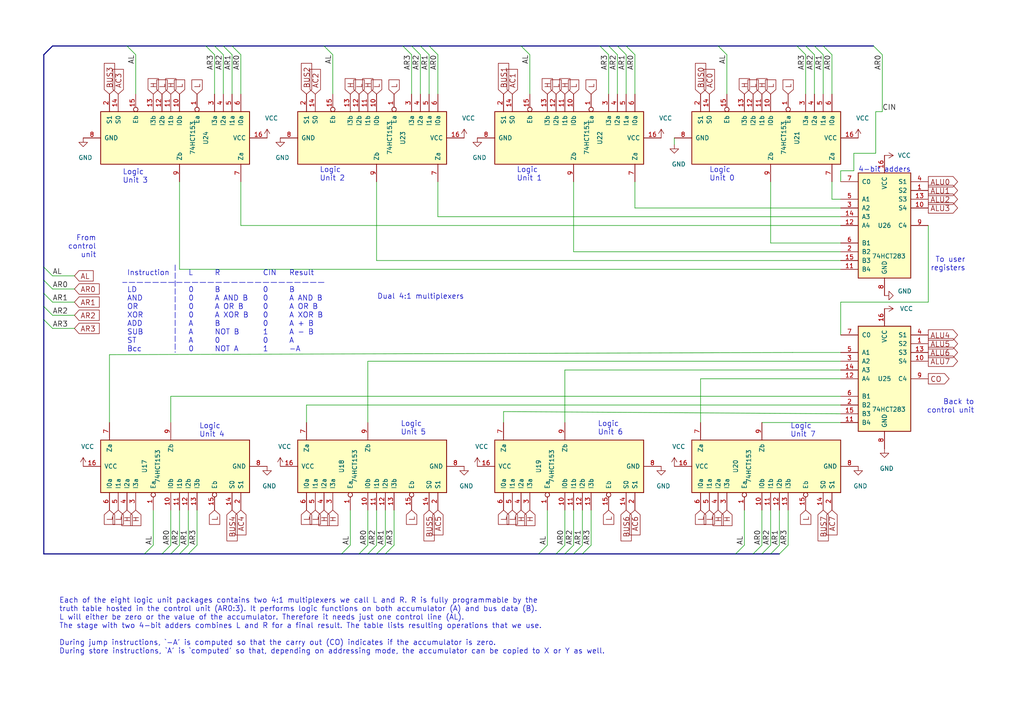
<source format=kicad_sch>
(kicad_sch (version 20211123) (generator eeschema)
  (paper "A4")
  (title_block (title "Gigatron Arithmetic and Logic Unit") (date "2020-03-20") (rev "Release") (company "Marcel van Kervinck and Walter Belgers") (comment 2 "starting from http://6502.org/users/dieter/a1/a1_4.htm") (comment 3 "many 1970s minicomputers. This design is inspired by Dieter Mueller's excellent notes") (comment 4 "This unit is the equivalent of two large 4-bit 74181 ALU chips that were at the heart of"))
  (lib_symbols
    (symbol "74xx:74LS153" (pin_names (offset 1.016))
      (property "Reference" "U" (at -7.62 21.59 0))
      (property "Value" "74LS153" (at -7.62 -24.13 0))
      (symbol "74LS153_1_0"
        (pin input inverted (at -12.7 5.08 0) (length 5.08) (name "Ea") (number "1"))
        (pin input line (at -12.7 0 0) (length 5.08) (name "I0b") (number "10"))
        (pin input line (at -12.7 -2.54 0) (length 5.08) (name "I1b") (number "11"))
        (pin input line (at -12.7 -5.08 0) (length 5.08) (name "I2b") (number "12"))
        (pin input line (at -12.7 -7.62 0) (length 5.08) (name "I3b") (number "13"))
        (pin input line (at -12.7 -17.78 0) (length 5.08) (name "S0") (number "14"))
        (pin input inverted (at -12.7 -12.7 0) (length 5.08) (name "Eb") (number "15"))
        (pin power_in line (at 0 25.4 270) (length 5.08) (name "VCC") (number "16"))
        (pin input line (at -12.7 -20.32 0) (length 5.08) (name "S1") (number "2"))
        (pin input line (at -12.7 10.16 0) (length 5.08) (name "I3a") (number "3"))
        (pin input line (at -12.7 12.7 0) (length 5.08) (name "I2a") (number "4"))
        (pin input line (at -12.7 15.24 0) (length 5.08) (name "I1a") (number "5"))
        (pin input line (at -12.7 17.78 0) (length 5.08) (name "I0a") (number "6"))
        (pin output line (at 12.7 17.78 180) (length 5.08) (name "Za") (number "7"))
        (pin power_in line (at 0 -27.94 90) (length 5.08) (name "GND") (number "8"))
        (pin output line (at 12.7 0 180) (length 5.08) (name "Zb") (number "9"))
      )
      (symbol "74LS153_1_1"
        (rectangle (start -7.62 20.32) (end 7.62 -22.86) (stroke (width 0.254)) (fill (type background)))
      )
    )
    (symbol "74xx:74LS283" (pin_names (offset 1.016))
      (property "Reference" "U" (at -7.62 16.51 0))
      (property "Value" "74LS283" (at -7.62 -16.51 0))
      (symbol "74LS283_1_0"
        (pin output line (at 12.7 10.16 180) (length 5.08) (name "S2") (number "1"))
        (pin output line (at 12.7 5.08 180) (length 5.08) (name "S4") (number "10"))
        (pin input line (at -12.7 -12.7 0) (length 5.08) (name "B4") (number "11"))
        (pin input line (at -12.7 0 0) (length 5.08) (name "A4") (number "12"))
        (pin output line (at 12.7 7.62 180) (length 5.08) (name "S3") (number "13"))
        (pin input line (at -12.7 2.54 0) (length 5.08) (name "A3") (number "14"))
        (pin input line (at -12.7 -10.16 0) (length 5.08) (name "B3") (number "15"))
        (pin power_in line (at 0 20.32 270) (length 5.08) (name "VCC") (number "16"))
        (pin input line (at -12.7 -7.62 0) (length 5.08) (name "B2") (number "2"))
        (pin input line (at -12.7 5.08 0) (length 5.08) (name "A2") (number "3"))
        (pin output line (at 12.7 12.7 180) (length 5.08) (name "S1") (number "4"))
        (pin input line (at -12.7 7.62 0) (length 5.08) (name "A1") (number "5"))
        (pin input line (at -12.7 -5.08 0) (length 5.08) (name "B1") (number "6"))
        (pin input line (at -12.7 12.7 0) (length 5.08) (name "C0") (number "7"))
        (pin power_in line (at 0 -20.32 90) (length 5.08) (name "GND") (number "8"))
        (pin output line (at 12.7 0 180) (length 5.08) (name "C4") (number "9"))
      )
      (symbol "74LS283_1_1"
        (rectangle (start -7.62 15.24) (end 7.62 -15.24) (stroke (width 0.254)) (fill (type background)))
      )
    )
    (symbol "power:GND" (power) (pin_names (offset 0))
      (property "Value" "GND" (at 0 -3.81 0))
      (symbol "GND_0_1"
        (polyline (pts (xy 0 0) (xy 0 -1.27) (xy 1.27 -1.27) (xy 0 -2.54) (xy -1.27 -1.27) (xy 0 -1.27)))
      )
      (symbol "GND_1_1"
        (pin power_in line (at 0 0 270) (length 0) hide (name "GND") (number "1"))
      )
    )
    (symbol "power:VCC" (power) (pin_names (offset 0))
      (property "Value" "VCC" (at 0 3.81 0))
      (symbol "VCC_0_1"
        (polyline (pts (xy -0.762 1.27) (xy 0 2.54)))
        (polyline (pts (xy 0 0) (xy 0 2.54)))
        (polyline (pts (xy 0 2.54) (xy 0.762 1.27)))
      )
      (symbol "VCC_1_1"
        (pin power_in line (at 0 0 90) (length 0) hide (name "VCC") (number "1"))
      )
    )
  )
  (bus_entry (at 236.22 13.335) (size 2.54 2.54))
  (bus_entry (at 151.13 13.335) (size 2.54 2.54))
  (bus_entry (at 116.84 13.335) (size 2.54 2.54))
  (bus_entry (at 124.46 13.335) (size 2.54 2.54))
  (bus_entry (at 93.98 13.335) (size 2.54 2.54))
  (bus_entry (at 64.77 13.335) (size 2.54 2.54))
  (bus_entry (at 46.99 160.655) (size 2.54 -2.54))
  (bus_entry (at 15.24 80.01) (size -2.54 -2.54))
  (bus_entry (at 67.31 13.335) (size 2.54 2.54))
  (bus_entry (at 226.06 160.655) (size 2.54 -2.54))
  (bus_entry (at 156.21 160.655) (size 2.54 -2.54))
  (bus_entry (at 104.14 160.655) (size 2.54 -2.54))
  (bus_entry (at 59.69 13.335) (size 2.54 2.54))
  (bus_entry (at 179.07 13.335) (size 2.54 2.54))
  (bus_entry (at 213.36 160.655) (size 2.54 -2.54))
  (bus_entry (at 233.68 13.335) (size 2.54 2.54))
  (bus_entry (at 62.23 13.335) (size 2.54 2.54))
  (bus_entry (at 220.98 160.655) (size 2.54 -2.54))
  (bus_entry (at 253.365 13.335) (size 2.54 2.54))
  (bus_entry (at 121.92 13.335) (size 2.54 2.54))
  (bus_entry (at 36.83 13.335) (size 2.54 2.54))
  (bus_entry (at 99.06 160.655) (size 2.54 -2.54))
  (bus_entry (at 111.76 160.655) (size 2.54 -2.54))
  (bus_entry (at 238.76 13.335) (size 2.54 2.54))
  (bus_entry (at 218.44 160.655) (size 2.54 -2.54))
  (bus_entry (at 41.91 160.655) (size 2.54 -2.54))
  (bus_entry (at 54.61 160.655) (size 2.54 -2.54))
  (bus_entry (at 15.24 87.63) (size -2.54 -2.54))
  (bus_entry (at 231.14 13.335) (size 2.54 2.54))
  (bus_entry (at 168.91 160.655) (size 2.54 -2.54))
  (bus_entry (at 52.07 160.655) (size 2.54 -2.54))
  (bus_entry (at 106.68 160.655) (size 2.54 -2.54))
  (bus_entry (at 208.28 13.335) (size 2.54 2.54))
  (bus_entry (at 15.24 95.25) (size -2.54 -2.54))
  (bus_entry (at 223.52 160.655) (size 2.54 -2.54))
  (bus_entry (at 49.53 160.655) (size 2.54 -2.54))
  (bus_entry (at 161.29 160.655) (size 2.54 -2.54))
  (bus_entry (at 173.99 13.335) (size 2.54 2.54))
  (bus_entry (at 15.24 83.82) (size -2.54 -2.54))
  (bus_entry (at 109.22 160.655) (size 2.54 -2.54))
  (bus_entry (at 166.37 160.655) (size 2.54 -2.54))
  (bus_entry (at 119.38 13.335) (size 2.54 2.54))
  (bus_entry (at 176.53 13.335) (size 2.54 2.54))
  (bus_entry (at 163.83 160.655) (size 2.54 -2.54))
  (bus_entry (at 15.24 91.44) (size -2.54 -2.54))
  (bus_entry (at 181.61 13.335) (size 2.54 2.54))
  (wire (pts (xy 127 52.705) (xy 127 62.865)))
  (wire (pts (xy 243.84 102.235) (xy 229.87 102.235)))
  (wire (pts (xy 88.9 122.555) (xy 88.9 117.475)))
  (bus (pts (xy 12.7 92.71) (xy 12.7 160.655)))
  (wire (pts (xy 243.84 49.53) (xy 247.65 49.53)))
  (wire (pts (xy 247.65 49.53) (xy 247.65 44.45)))
  (wire (pts (xy 54.61 158.115) (xy 54.61 147.955)))
  (wire (pts (xy 21.59 95.25) (xy 15.24 95.25)))
  (bus (pts (xy 124.46 13.335) (xy 151.13 13.335)))
  (wire (pts (xy 243.84 52.705) (xy 243.84 49.53)))
  (bus (pts (xy 116.84 13.335) (xy 119.38 13.335)))
  (wire (pts (xy 44.45 158.115) (xy 44.45 147.955)))
  (bus (pts (xy 12.7 77.47) (xy 12.7 81.28)))
  (wire (pts (xy 215.9 158.115) (xy 215.9 147.955)))
  (wire (pts (xy 106.68 104.775) (xy 106.68 122.555)))
  (wire (pts (xy 163.83 107.315) (xy 243.84 107.315)))
  (bus (pts (xy 179.07 13.335) (xy 181.61 13.335)))
  (wire (pts (xy 247.65 44.45) (xy 254 44.45)))
  (wire (pts (xy 67.31 15.875) (xy 67.31 27.305)))
  (bus (pts (xy 223.52 160.655) (xy 226.06 160.655)))
  (wire (pts (xy 119.38 15.875) (xy 119.38 27.305)))
  (wire (pts (xy 121.92 15.875) (xy 121.92 27.305)))
  (wire (pts (xy 49.53 114.935) (xy 243.84 114.935)))
  (bus (pts (xy 59.69 13.335) (xy 62.23 13.335)))
  (bus (pts (xy 64.77 13.335) (xy 67.31 13.335)))
  (wire (pts (xy 210.82 15.875) (xy 210.82 27.305)))
  (bus (pts (xy 12.7 160.655) (xy 41.91 160.655)))
  (wire (pts (xy 171.45 158.115) (xy 171.45 147.955)))
  (bus (pts (xy 121.92 13.335) (xy 124.46 13.335)))
  (wire (pts (xy 106.68 104.775) (xy 243.84 104.775)))
  (bus (pts (xy 181.61 13.335) (xy 208.28 13.335)))
  (wire (pts (xy 179.07 15.875) (xy 179.07 27.305)))
  (bus (pts (xy 168.91 160.655) (xy 213.36 160.655)))
  (bus (pts (xy 52.07 160.655) (xy 54.61 160.655)))
  (wire (pts (xy 238.76 15.875) (xy 238.76 27.305)))
  (bus (pts (xy 106.68 160.655) (xy 109.22 160.655)))
  (wire (pts (xy 49.53 158.115) (xy 49.53 147.955)))
  (bus (pts (xy 156.21 160.655) (xy 161.29 160.655)))
  (bus (pts (xy 163.83 160.655) (xy 166.37 160.655)))
  (wire (pts (xy 114.3 158.115) (xy 114.3 147.955)))
  (bus (pts (xy 220.98 160.655) (xy 223.52 160.655)))
  (bus (pts (xy 104.14 160.655) (xy 106.68 160.655)))
  (wire (pts (xy 166.37 158.115) (xy 166.37 147.955)))
  (wire (pts (xy 109.22 158.115) (xy 109.22 147.955)))
  (bus (pts (xy 173.99 13.335) (xy 176.53 13.335)))
  (wire (pts (xy 166.37 52.705) (xy 166.37 73.025)))
  (bus (pts (xy 151.13 13.335) (xy 173.99 13.335)))
  (wire (pts (xy 88.9 117.475) (xy 243.84 117.475)))
  (wire (pts (xy 163.83 107.315) (xy 163.83 122.555)))
  (wire (pts (xy 176.53 15.875) (xy 176.53 27.305)))
  (bus (pts (xy 41.91 160.655) (xy 46.99 160.655)))
  (wire (pts (xy 168.91 158.115) (xy 168.91 147.955)))
  (bus (pts (xy 54.61 160.655) (xy 99.06 160.655)))
  (wire (pts (xy 31.75 102.87) (xy 229.87 102.235)))
  (wire (pts (xy 109.22 52.705) (xy 109.22 75.565)))
  (wire (pts (xy 52.07 78.105) (xy 243.84 78.105)))
  (wire (pts (xy 62.23 27.305) (xy 62.23 15.875)))
  (bus (pts (xy 12.7 81.28) (xy 12.7 85.09)))
  (bus (pts (xy 12.7 85.09) (xy 12.7 88.9)))
  (wire (pts (xy 52.07 158.115) (xy 52.07 147.955)))
  (bus (pts (xy 119.38 13.335) (xy 121.92 13.335)))
  (bus (pts (xy 62.23 13.335) (xy 64.77 13.335)))
  (wire (pts (xy 223.52 158.115) (xy 223.52 147.955)))
  (bus (pts (xy 238.76 13.335) (xy 253.365 13.335)))
  (wire (pts (xy 127 15.875) (xy 127 27.305)))
  (bus (pts (xy 12.7 15.875) (xy 15.24 13.335)))
  (wire (pts (xy 243.84 70.485) (xy 223.52 70.485)))
  (bus (pts (xy 12.7 15.875) (xy 12.7 77.47)))
  (wire (pts (xy 241.3 57.785) (xy 241.3 52.705)))
  (wire (pts (xy 254 44.45) (xy 254 32.385)))
  (bus (pts (xy 46.99 160.655) (xy 49.53 160.655)))
  (bus (pts (xy 208.28 13.335) (xy 231.14 13.335)))
  (polyline (pts (xy 50.8 76.835) (xy 50.8 102.235)))
  (wire (pts (xy 166.37 73.025) (xy 243.84 73.025)))
  (wire (pts (xy 111.76 158.115) (xy 111.76 147.955)))
  (wire (pts (xy 233.68 15.875) (xy 233.68 27.305)))
  (bus (pts (xy 93.98 13.335) (xy 116.84 13.335)))
  (bus (pts (xy 15.24 13.335) (xy 36.83 13.335)))
  (wire (pts (xy 223.52 52.705) (xy 223.52 70.485)))
  (bus (pts (xy 218.44 160.655) (xy 220.98 160.655)))
  (wire (pts (xy 106.68 158.115) (xy 106.68 147.955)))
  (wire (pts (xy 52.07 52.705) (xy 52.07 78.105)))
  (bus (pts (xy 176.53 13.335) (xy 179.07 13.335)))
  (bus (pts (xy 161.29 160.655) (xy 163.83 160.655)))
  (wire (pts (xy 203.2 122.555) (xy 203.2 109.855)))
  (wire (pts (xy 220.98 122.555) (xy 243.84 122.555)))
  (bus (pts (xy 166.37 160.655) (xy 168.91 160.655)))
  (wire (pts (xy 146.05 119.38) (xy 146.05 122.555)))
  (bus (pts (xy 36.83 13.335) (xy 59.69 13.335)))
  (bus (pts (xy 12.7 88.9) (xy 12.7 92.71)))
  (bus (pts (xy 231.14 13.335) (xy 233.68 13.335)))
  (wire (pts (xy 220.98 147.955) (xy 220.98 158.115)))
  (wire (pts (xy 203.2 109.855) (xy 243.84 109.855)))
  (wire (pts (xy 228.6 158.115) (xy 228.6 147.955)))
  (wire (pts (xy 184.15 60.325) (xy 243.84 60.325)))
  (wire (pts (xy 124.46 15.875) (xy 124.46 27.305)))
  (wire (pts (xy 243.84 57.785) (xy 241.3 57.785)))
  (wire (pts (xy 127 62.865) (xy 243.84 62.865)))
  (wire (pts (xy 269.24 65.405) (xy 269.24 87.63)))
  (bus (pts (xy 111.76 160.655) (xy 156.21 160.655)))
  (wire (pts (xy 236.22 15.875) (xy 236.22 27.305)))
  (wire (pts (xy 39.37 15.875) (xy 39.37 27.305)))
  (bus (pts (xy 109.22 160.655) (xy 111.76 160.655)))
  (wire (pts (xy 21.59 80.01) (xy 15.24 80.01)))
  (wire (pts (xy 21.59 91.44) (xy 15.24 91.44)))
  (wire (pts (xy 195.58 41.91) (xy 195.58 40.005)))
  (bus (pts (xy 213.36 160.655) (xy 218.44 160.655)))
  (wire (pts (xy 69.85 52.705) (xy 69.85 65.405)))
  (wire (pts (xy 109.22 75.565) (xy 243.84 75.565)))
  (bus (pts (xy 233.68 13.335) (xy 236.22 13.335)))
  (wire (pts (xy 255.905 32.385) (xy 255.905 15.875)))
  (wire (pts (xy 184.15 52.705) (xy 184.15 60.325)))
  (wire (pts (xy 269.24 87.63) (xy 243.84 87.63)))
  (bus (pts (xy 49.53 160.655) (xy 52.07 160.655)))
  (wire (pts (xy 96.52 15.875) (xy 96.52 27.305)))
  (wire (pts (xy 31.75 122.555) (xy 31.75 102.87)))
  (wire (pts (xy 21.59 83.82) (xy 15.24 83.82)))
  (polyline (pts (xy 93.98 81.915) (xy 35.56 81.915)))
  (wire (pts (xy 181.61 15.875) (xy 181.61 27.305)))
  (wire (pts (xy 163.83 158.115) (xy 163.83 147.955)))
  (wire (pts (xy 21.59 87.63) (xy 15.24 87.63)))
  (wire (pts (xy 64.77 15.875) (xy 64.77 27.305)))
  (wire (pts (xy 158.75 158.115) (xy 158.75 147.955)))
  (wire (pts (xy 101.6 158.115) (xy 101.6 147.955)))
  (wire (pts (xy 69.85 65.405) (xy 243.84 65.405)))
  (wire (pts (xy 226.06 158.115) (xy 226.06 147.955)))
  (wire (pts (xy 241.3 15.875) (xy 241.3 27.305)))
  (wire (pts (xy 69.85 15.875) (xy 69.85 27.305)))
  (wire (pts (xy 254 32.385) (xy 255.905 32.385)))
  (wire (pts (xy 49.53 122.555) (xy 49.53 114.935)))
  (bus (pts (xy 67.31 13.335) (xy 93.98 13.335)))
  (wire (pts (xy 184.15 15.875) (xy 184.15 27.305)))
  (wire (pts (xy 146.05 119.38) (xy 243.84 120.015)))
  (bus (pts (xy 236.22 13.335) (xy 238.76 13.335)))
  (wire (pts (xy 243.84 87.63) (xy 243.84 97.155)))
  (bus (pts (xy 99.06 160.655) (xy 104.14 160.655)))
  (wire (pts (xy 153.67 15.875) (xy 153.67 27.305)))
  (wire (pts (xy 57.15 158.115) (xy 57.15 147.955)))
  (text "Logic\nUnit 7" (at 229.235 127 0) (effects (font (size 1.524 1.524)) (justify left bottom)))
  (text "Back to\ncontrol unit" (at 282.575 120.015 180) (effects (font (size 1.524 1.524)) (justify right bottom)))
  (text "Logic\nUnit 1" (at 149.86 52.705 0) (effects (font (size 1.524 1.524)) (justify left bottom)))
  (text "Logic\nUnit 0" (at 205.74 52.705 0) (effects (font (size 1.524 1.524)) (justify left bottom)))
  (text "Dual 4:1 multiplexers" (at 134.62 86.995 180) (effects (font (size 1.524 1.524)) (justify right bottom)))
  (text "Result\n\nB\nA AND B\nA OR B\nA XOR B\nA + B\nA - B\nA\n-A" (at 83.82 102.235 0) (effects (font (size 1.524 1.524)) (justify left bottom)))
  (text "Logic\nUnit 6" (at 173.355 126.365 0) (effects (font (size 1.524 1.524)) (justify left bottom)))
  (text "Logic\nUnit 2" (at 92.71 52.705 0) (effects (font (size 1.524 1.524)) (justify left bottom)))
  (text "From\ncontrol\nunit" (at 27.94 74.93 180) (effects (font (size 1.524 1.524)) (justify right bottom)))
  (text "Instruction\n\nLD\nAND\nOR\nXOR\nADD\nSUB\nST\nBcc" (at 36.83 102.235 0) (effects (font (size 1.524 1.524)) (justify left bottom)))
  (text "R\n\nB\nA AND B\nA OR B\nA XOR B\nB\nNOT B\n0\nNOT A" (at 62.23 102.235 0) (effects (font (size 1.524 1.524)) (justify left bottom)))
  (text "CIN\n\n0\n0\n0\n0\n0\n1\n0\n1" (at 76.2 102.235 0) (effects (font (size 1.524 1.524)) (justify left bottom)))
  (text "Logic\nUnit 4" (at 57.785 127 0) (effects (font (size 1.524 1.524)) (justify left bottom)))
  (text "Each of the eight logic unit packages contains two 4:1 multiplexers we call L and R. R is fully programmable by the\ntruth table hosted in the control unit (AR0:3). It performs logic functions on both accumulator (A) and bus data (B).\nL will either be zero or the value of the accumulator. Therefore it needs just one control line (AL).\nThe stage with two 4-bit adders combines L and R for a final result. The table lists resulting operations that we use.\n\nDuring jump instructions, `-A' is computed so that the carry out (CO) indicates if the accumulator is zero.\nDuring store instructions, `A' is `computed' so that, depending on addressing mode, the accumulator can be copied to X or Y as well." (at 17.145 189.865 0) (effects (font (size 1.524 1.524)) (justify left bottom)))
  (text "To user\nregisters" (at 280.035 78.74 180) (effects (font (size 1.524 1.524)) (justify right bottom)))
  (text "L\n\n0\n0\n0\n0\nA\nA\nA\n0" (at 54.61 102.235 0) (effects (font (size 1.524 1.524)) (justify left bottom)))
  (text "Logic\nUnit 5" (at 116.205 126.365 0) (effects (font (size 1.524 1.524)) (justify left bottom)))
  (text "4-bit adders" (at 248.92 50.165 0) (effects (font (size 1.524 1.524)) (justify left bottom)))
  (text "Logic\nUnit 3" (at 35.56 53.34 0) (effects (font (size 1.524 1.524)) (justify left bottom)))
  (label "AR2" (at 166.37 158.115 90) (effects (font (size 1.524 1.524))))
  (label "AR0" (at 69.85 15.875 270) (effects (font (size 1.524 1.524))))
  (label "AR0" (at 15.24 83.82 0) (effects (font (size 1.524 1.524))))
  (label "AR0" (at 241.3 15.875 270) (effects (font (size 1.524 1.524))))
  (label "AR3" (at 176.53 15.875 270) (effects (font (size 1.524 1.524))))
  (label "AR2" (at 52.07 158.115 90) (effects (font (size 1.524 1.524))))
  (label "AR1" (at 124.46 15.875 270) (effects (font (size 1.524 1.524))))
  (label "AR2" (at 179.07 15.875 270) (effects (font (size 1.524 1.524))))
  (label "AL" (at 15.24 80.01 0) (effects (font (size 1.524 1.524))))
  (label "AR1" (at 54.61 158.115 90) (effects (font (size 1.524 1.524))))
  (label "AR0" (at 255.905 15.875 270) (effects (font (size 1.524 1.524))))
  (label "AR1" (at 238.76 15.875 270) (effects (font (size 1.524 1.524))))
  (label "AL" (at 215.9 158.115 90) (effects (font (size 1.524 1.524))))
  (label "AR3" (at 119.38 15.875 270) (effects (font (size 1.524 1.524))))
  (label "AR3" (at 15.24 95.25 0) (effects (font (size 1.524 1.524))))
  (label "AR1" (at 111.76 158.115 90) (effects (font (size 1.524 1.524))))
  (label "AR2" (at 64.77 15.875 270) (effects (font (size 1.524 1.524))))
  (label "AR1" (at 226.06 158.115 90) (effects (font (size 1.524 1.524))))
  (label "AR2" (at 223.52 158.115 90) (effects (font (size 1.524 1.524))))
  (label "AL" (at 101.6 158.115 90) (effects (font (size 1.524 1.524))))
  (label "AR3" (at 57.15 158.115 90) (effects (font (size 1.524 1.524))))
  (label "AR0" (at 163.83 158.115 90) (effects (font (size 1.524 1.524))))
  (label "AR3" (at 171.45 158.115 90) (effects (font (size 1.524 1.524))))
  (label "AL" (at 96.52 15.875 270) (effects (font (size 1.524 1.524))))
  (label "AR0" (at 106.68 158.115 90) (effects (font (size 1.524 1.524))))
  (label "AR1" (at 181.61 15.875 270) (effects (font (size 1.524 1.524))))
  (label "AR2" (at 109.22 158.115 90) (effects (font (size 1.524 1.524))))
  (label "CIN" (at 255.905 32.385 0) (effects (font (size 1.524 1.524))))
  (label "AR3" (at 228.6 158.115 90) (effects (font (size 1.524 1.524))))
  (label "AR0" (at 220.98 158.115 90) (effects (font (size 1.524 1.524))))
  (label "AL" (at 210.82 15.875 270) (effects (font (size 1.524 1.524))))
  (label "AL" (at 153.67 15.875 270) (effects (font (size 1.524 1.524))))
  (label "AR1" (at 15.24 87.63 0) (effects (font (size 1.524 1.524))))
  (label "AR3" (at 233.68 15.875 270) (effects (font (size 1.524 1.524))))
  (label "AR2" (at 236.22 15.875 270) (effects (font (size 1.524 1.524))))
  (label "AR3" (at 62.23 15.875 270) (effects (font (size 1.524 1.524))))
  (label "AR2" (at 15.24 91.44 0) (effects (font (size 1.524 1.524))))
  (label "AR1" (at 168.91 158.115 90) (effects (font (size 1.524 1.524))))
  (label "AL" (at 158.75 158.115 90) (effects (font (size 1.524 1.524))))
  (label "AR1" (at 67.31 15.875 270) (effects (font (size 1.524 1.524))))
  (label "AL" (at 39.37 15.875 270) (effects (font (size 1.524 1.524))))
  (label "AR0" (at 127 15.875 270) (effects (font (size 1.524 1.524))))
  (label "AR2" (at 121.92 15.875 270) (effects (font (size 1.524 1.524))))
  (label "AR0" (at 49.53 158.115 90) (effects (font (size 1.524 1.524))))
  (label "AR0" (at 184.15 15.875 270) (effects (font (size 1.524 1.524))))
  (label "AL" (at 44.45 158.115 90) (effects (font (size 1.524 1.524))))
  (label "AR3" (at 114.3 158.115 90) (effects (font (size 1.524 1.524))))
  (global_label "L" (shape input) (at 233.68 147.955 270) (effects (font (size 1.524 1.524))) (property "Intersheet References" "${INTERSHEET_REFS}" (effects hide)))
  (global_label "L" (shape input) (at 104.14 27.305 90) (effects (font (size 1.524 1.524))) (property "Intersheet References" "${INTERSHEET_REFS}" (effects hide)))
  (global_label "L" (shape input) (at 146.05 147.955 270) (effects (font (size 1.524 1.524))) (property "Intersheet References" "${INTERSHEET_REFS}" (effects hide)))
  (global_label "H" (shape input) (at 39.37 147.955 270) (effects (font (size 1.524 1.524))) (property "Intersheet References" "${INTERSHEET_REFS}" (effects hide)))
  (global_label "H" (shape input) (at 210.82 147.955 270) (effects (font (size 1.524 1.524))) (property "Intersheet References" "${INTERSHEET_REFS}" (effects hide)))
  (global_label "L" (shape input) (at 114.3 27.305 90) (effects (font (size 1.524 1.524))) (property "Intersheet References" "${INTERSHEET_REFS}" (effects hide)))
  (global_label "ALU2" (shape output) (at 269.24 57.785 0) (effects (font (size 1.524 1.524))) (property "Intersheet References" "${INTERSHEET_REFS}" (effects hide)))
  (global_label "H" (shape input) (at 93.98 147.955 270) (effects (font (size 1.524 1.524))) (property "Intersheet References" "${INTERSHEET_REFS}" (effects hide)))
  (global_label "AR2" (shape input) (at 21.59 91.44 0) (effects (font (size 1.524 1.524))) (property "Intersheet References" "${INTERSHEET_REFS}" (effects hide)))
  (global_label "H" (shape input) (at 158.75 27.305 90) (effects (font (size 1.524 1.524))) (property "Intersheet References" "${INTERSHEET_REFS}" (effects hide)))
  (global_label "L" (shape input) (at 62.23 147.955 270) (effects (font (size 1.524 1.524))) (property "Intersheet References" "${INTERSHEET_REFS}" (effects hide)))
  (global_label "H" (shape input) (at 101.6 27.305 90) (effects (font (size 1.524 1.524))) (property "Intersheet References" "${INTERSHEET_REFS}" (effects hide)))
  (global_label "AR3" (shape input) (at 21.59 95.25 0) (effects (font (size 1.524 1.524))) (property "Intersheet References" "${INTERSHEET_REFS}" (effects hide)))
  (global_label "BUS3" (shape input) (at 31.75 27.305 90) (effects (font (size 1.524 1.524))) (property "Intersheet References" "${INTERSHEET_REFS}" (effects hide)))
  (global_label "L" (shape input) (at 223.52 27.305 90) (effects (font (size 1.524 1.524))) (property "Intersheet References" "${INTERSHEET_REFS}" (effects hide)))
  (global_label "H" (shape input) (at 44.45 27.305 90) (effects (font (size 1.524 1.524))) (property "Intersheet References" "${INTERSHEET_REFS}" (effects hide)))
  (global_label "H" (shape input) (at 163.83 27.305 90) (effects (font (size 1.524 1.524))) (property "Intersheet References" "${INTERSHEET_REFS}" (effects hide)))
  (global_label "AR1" (shape input) (at 21.59 87.63 0) (effects (font (size 1.524 1.524))) (property "Intersheet References" "${INTERSHEET_REFS}" (effects hide)))
  (global_label "L" (shape input) (at 176.53 147.955 270) (effects (font (size 1.524 1.524))) (property "Intersheet References" "${INTERSHEET_REFS}" (effects hide)))
  (global_label "H" (shape input) (at 151.13 147.955 270) (effects (font (size 1.524 1.524))) (property "Intersheet References" "${INTERSHEET_REFS}" (effects hide)))
  (global_label "AC7" (shape input) (at 241.3 147.955 270) (effects (font (size 1.524 1.524))) (property "Intersheet References" "${INTERSHEET_REFS}" (effects hide)))
  (global_label "L" (shape input) (at 34.29 147.955 270) (effects (font (size 1.524 1.524))) (property "Intersheet References" "${INTERSHEET_REFS}" (effects hide)))
  (global_label "AC6" (shape input) (at 184.15 147.955 270) (effects (font (size 1.524 1.524))) (property "Intersheet References" "${INTERSHEET_REFS}" (effects hide)))
  (global_label "H" (shape input) (at 106.68 27.305 90) (effects (font (size 1.524 1.524))) (property "Intersheet References" "${INTERSHEET_REFS}" (effects hide)))
  (global_label "ALU3" (shape output) (at 269.24 60.325 0) (effects (font (size 1.524 1.524))) (property "Intersheet References" "${INTERSHEET_REFS}" (effects hide)))
  (global_label "ALU5" (shape output) (at 269.24 99.695 0) (effects (font (size 1.524 1.524))) (property "Intersheet References" "${INTERSHEET_REFS}" (effects hide)))
  (global_label "L" (shape input) (at 46.99 27.305 90) (effects (font (size 1.524 1.524))) (property "Intersheet References" "${INTERSHEET_REFS}" (effects hide)))
  (global_label "H" (shape input) (at 49.53 27.305 90) (effects (font (size 1.524 1.524))) (property "Intersheet References" "${INTERSHEET_REFS}" (effects hide)))
  (global_label "AL" (shape input) (at 21.59 80.01 0) (effects (font (size 1.524 1.524))) (property "Intersheet References" "${INTERSHEET_REFS}" (effects hide)))
  (global_label "AC5" (shape input) (at 127 147.955 270) (effects (font (size 1.524 1.524))) (property "Intersheet References" "${INTERSHEET_REFS}" (effects hide)))
  (global_label "ALU0" (shape output) (at 269.24 52.705 0) (effects (font (size 1.524 1.524))) (property "Intersheet References" "${INTERSHEET_REFS}" (effects hide)))
  (global_label "AC4" (shape input) (at 69.85 147.955 270) (effects (font (size 1.524 1.524))) (property "Intersheet References" "${INTERSHEET_REFS}" (effects hide)))
  (global_label "H" (shape input) (at 208.28 147.955 270) (effects (font (size 1.524 1.524))) (property "Intersheet References" "${INTERSHEET_REFS}" (effects hide)))
  (global_label "CO" (shape output) (at 269.24 109.855 0) (effects (font (size 1.524 1.524))) (property "Intersheet References" "${INTERSHEET_REFS}" (effects hide)))
  (global_label "H" (shape input) (at 220.98 27.305 90) (effects (font (size 1.524 1.524))) (property "Intersheet References" "${INTERSHEET_REFS}" (effects hide)))
  (global_label "L" (shape input) (at 31.75 147.955 270) (effects (font (size 1.524 1.524))) (property "Intersheet References" "${INTERSHEET_REFS}" (effects hide)))
  (global_label "L" (shape input) (at 203.2 147.955 270) (effects (font (size 1.524 1.524))) (property "Intersheet References" "${INTERSHEET_REFS}" (effects hide)))
  (global_label "AC3" (shape input) (at 34.29 27.305 90) (effects (font (size 1.524 1.524))) (property "Intersheet References" "${INTERSHEET_REFS}" (effects hide)))
  (global_label "AC0" (shape input) (at 205.74 27.305 90) (effects (font (size 1.524 1.524))) (property "Intersheet References" "${INTERSHEET_REFS}" (effects hide)))
  (global_label "BUS2" (shape input) (at 88.9 27.305 90) (effects (font (size 1.524 1.524))) (property "Intersheet References" "${INTERSHEET_REFS}" (effects hide)))
  (global_label "L" (shape input) (at 166.37 27.305 90) (effects (font (size 1.524 1.524))) (property "Intersheet References" "${INTERSHEET_REFS}" (effects hide)))
  (global_label "H" (shape input) (at 96.52 147.955 270) (effects (font (size 1.524 1.524))) (property "Intersheet References" "${INTERSHEET_REFS}" (effects hide)))
  (global_label "ALU7" (shape output) (at 269.24 104.775 0) (effects (font (size 1.524 1.524))) (property "Intersheet References" "${INTERSHEET_REFS}" (effects hide)))
  (global_label "H" (shape input) (at 36.83 147.955 270) (effects (font (size 1.524 1.524))) (property "Intersheet References" "${INTERSHEET_REFS}" (effects hide)))
  (global_label "L" (shape input) (at 52.07 27.305 90) (effects (font (size 1.524 1.524))) (property "Intersheet References" "${INTERSHEET_REFS}" (effects hide)))
  (global_label "L" (shape input) (at 218.44 27.305 90) (effects (font (size 1.524 1.524))) (property "Intersheet References" "${INTERSHEET_REFS}" (effects hide)))
  (global_label "ALU6" (shape output) (at 269.24 102.235 0) (effects (font (size 1.524 1.524))) (property "Intersheet References" "${INTERSHEET_REFS}" (effects hide)))
  (global_label "L" (shape input) (at 228.6 27.305 90) (effects (font (size 1.524 1.524))) (property "Intersheet References" "${INTERSHEET_REFS}" (effects hide)))
  (global_label "BUS7" (shape input) (at 238.76 147.955 270) (effects (font (size 1.524 1.524))) (property "Intersheet References" "${INTERSHEET_REFS}" (effects hide)))
  (global_label "ALU4" (shape output) (at 269.24 97.155 0) (effects (font (size 1.524 1.524))) (property "Intersheet References" "${INTERSHEET_REFS}" (effects hide)))
  (global_label "L" (shape input) (at 91.44 147.955 270) (effects (font (size 1.524 1.524))) (property "Intersheet References" "${INTERSHEET_REFS}" (effects hide)))
  (global_label "AR0" (shape input) (at 21.59 83.82 0) (effects (font (size 1.524 1.524))) (property "Intersheet References" "${INTERSHEET_REFS}" (effects hide)))
  (global_label "L" (shape input) (at 161.29 27.305 90) (effects (font (size 1.524 1.524))) (property "Intersheet References" "${INTERSHEET_REFS}" (effects hide)))
  (global_label "L" (shape input) (at 205.74 147.955 270) (effects (font (size 1.524 1.524))) (property "Intersheet References" "${INTERSHEET_REFS}" (effects hide)))
  (global_label "BUS6" (shape input) (at 181.61 147.955 270) (effects (font (size 1.524 1.524))) (property "Intersheet References" "${INTERSHEET_REFS}" (effects hide)))
  (global_label "H" (shape input) (at 153.67 147.955 270) (effects (font (size 1.524 1.524))) (property "Intersheet References" "${INTERSHEET_REFS}" (effects hide)))
  (global_label "L" (shape input) (at 171.45 27.305 90) (effects (font (size 1.524 1.524))) (property "Intersheet References" "${INTERSHEET_REFS}" (effects hide)))
  (global_label "BUS1" (shape input) (at 146.05 27.305 90) (effects (font (size 1.524 1.524))) (property "Intersheet References" "${INTERSHEET_REFS}" (effects hide)))
  (global_label "BUS0" (shape input) (at 203.2 27.305 90) (effects (font (size 1.524 1.524))) (property "Intersheet References" "${INTERSHEET_REFS}" (effects hide)))
  (global_label "ALU1" (shape output) (at 269.24 55.245 0) (effects (font (size 1.524 1.524))) (property "Intersheet References" "${INTERSHEET_REFS}" (effects hide)))
  (global_label "AC1" (shape input) (at 148.59 27.305 90) (effects (font (size 1.524 1.524))) (property "Intersheet References" "${INTERSHEET_REFS}" (effects hide)))
  (global_label "L" (shape input) (at 119.38 147.955 270) (effects (font (size 1.524 1.524))) (property "Intersheet References" "${INTERSHEET_REFS}" (effects hide)))
  (global_label "AC2" (shape input) (at 91.44 27.305 90) (effects (font (size 1.524 1.524))) (property "Intersheet References" "${INTERSHEET_REFS}" (effects hide)))
  (global_label "BUS5" (shape input) (at 124.46 147.955 270) (effects (font (size 1.524 1.524))) (property "Intersheet References" "${INTERSHEET_REFS}" (effects hide)))
  (global_label "H" (shape input) (at 215.9 27.305 90) (effects (font (size 1.524 1.524))) (property "Intersheet References" "${INTERSHEET_REFS}" (effects hide)))
  (global_label "BUS4" (shape input) (at 67.31 147.955 270) (effects (font (size 1.524 1.524))) (property "Intersheet References" "${INTERSHEET_REFS}" (effects hide)))
  (global_label "L" (shape input) (at 88.9 147.955 270) (effects (font (size 1.524 1.524))) (property "Intersheet References" "${INTERSHEET_REFS}" (effects hide)))
  (global_label "L" (shape input) (at 148.59 147.955 270) (effects (font (size 1.524 1.524))) (property "Intersheet References" "${INTERSHEET_REFS}" (effects hide)))
  (global_label "L" (shape input) (at 109.22 27.305 90) (effects (font (size 1.524 1.524))) (property "Intersheet References" "${INTERSHEET_REFS}" (effects hide)))
  (global_label "L" (shape input) (at 57.15 27.305 90) (effects (font (size 1.524 1.524))) (property "Intersheet References" "${INTERSHEET_REFS}" (effects hide)))
  (symbol (lib_id "74xx:74LS153") (at 223.52 40.005 270) (unit 1)
    (property "Reference" "U21" (at 231.14 40.005 0))
    (property "Value" "74HCT153" (at 227.33 40.005 0))
    (property "Footprint" "Package_DIP:DIP-16_W7.62mm" (effects hide))
  )
  (symbol (lib_id "74xx:74LS153") (at 166.37 40.005 270) (unit 1)
    (property "Reference" "U22" (at 173.99 40.005 0))
    (property "Value" "74HCT153" (at 170.18 40.005 0))
    (property "Footprint" "Package_DIP:DIP-16_W7.62mm" (effects hide))
  )
  (symbol (lib_id "74xx:74LS153") (at 109.22 40.005 270) (unit 1)
    (property "Reference" "U23" (at 116.84 40.005 0))
    (property "Value" "74HCT153" (at 113.03 40.005 0))
    (property "Footprint" "Package_DIP:DIP-16_W7.62mm" (effects hide))
  )
  (symbol (lib_id "74xx:74LS153") (at 52.07 40.005 270) (unit 1)
    (property "Reference" "U24" (at 59.69 40.005 0))
    (property "Value" "74HCT153" (at 55.88 40.005 0))
    (property "Footprint" "Package_DIP:DIP-16_W7.62mm" (effects hide))
  )
  (symbol (lib_id "74xx:74LS283") (at 256.54 65.405 0) (unit 1)
    (property "Reference" "U26" (at 256.54 65.405 0))
    (property "Value" "74HCT283" (at 257.81 74.295 0))
    (property "Footprint" "Package_DIP:DIP-16_W7.62mm" (effects hide))
  )
  (symbol (lib_id "74xx:74LS283") (at 256.54 109.855 0) (unit 1)
    (property "Reference" "U25" (at 256.54 109.855 0))
    (property "Value" "74HCT283" (at 257.81 118.745 0))
    (property "Footprint" "Package_DIP:DIP-16_W7.62mm" (effects hide))
  )
  (symbol (lib_id "74xx:74LS153") (at 106.68 135.255 90) (unit 1)
    (property "Reference" "U18" (at 99.06 135.255 0))
    (property "Value" "74HCT153" (at 102.87 135.255 0))
    (property "Footprint" "Package_DIP:DIP-16_W7.62mm" (effects hide))
  )
  (symbol (lib_id "74xx:74LS153") (at 49.53 135.255 90) (unit 1)
    (property "Reference" "U17" (at 41.91 135.255 0))
    (property "Value" "74HCT153" (at 45.72 135.255 0))
    (property "Footprint" "Package_DIP:DIP-16_W7.62mm" (effects hide))
  )
  (symbol (lib_id "74xx:74LS153") (at 163.83 135.255 90) (unit 1)
    (property "Reference" "U19" (at 156.21 135.255 0))
    (property "Value" "74HCT153" (at 160.02 135.255 0))
    (property "Footprint" "Package_DIP:DIP-16_W7.62mm" (effects hide))
  )
  (symbol (lib_id "74xx:74LS153") (at 220.98 135.255 90) (unit 1)
    (property "Reference" "U20" (at 213.36 135.255 0))
    (property "Value" "74HCT153" (at 217.17 135.255 0))
    (property "Footprint" "Package_DIP:DIP-16_W7.62mm" (effects hide))
  )
  (symbol (lib_id "power:GND") (at 24.13 40.005 0) (unit 1)
    (property "Reference" "#PWR0133" (effects hide))
    (property "Value" "GND" (at 24.765 45.72 0))
  )
  (symbol (lib_id "power:VCC") (at 77.47 40.005 0) (unit 1)
    (property "Reference" "#PWR0134" (effects hide))
    (property "Value" "VCC" (at 78.74 34.29 0))
  )
  (symbol (lib_id "power:GND") (at 81.28 40.005 0) (unit 1)
    (property "Reference" "#PWR0135" (effects hide))
    (property "Value" "GND" (at 81.915 45.72 0))
  )
  (symbol (lib_id "power:VCC") (at 134.62 40.005 0) (unit 1)
    (property "Reference" "#PWR0136" (effects hide))
    (property "Value" "VCC" (at 135.89 34.29 0))
  )
  (symbol (lib_id "power:GND") (at 138.43 40.005 0) (unit 1)
    (property "Reference" "#PWR0137" (effects hide))
    (property "Value" "GND" (at 139.065 45.72 0))
  )
  (symbol (lib_id "power:VCC") (at 191.77 40.005 0) (unit 1)
    (property "Reference" "#PWR0138" (effects hide))
    (property "Value" "VCC" (at 193.04 34.29 0))
  )
  (symbol (lib_id "power:GND") (at 195.58 41.91 0) (unit 1)
    (property "Reference" "#PWR0139" (effects hide))
    (property "Value" "GND" (at 196.85 47.625 0))
  )
  (symbol (lib_id "power:VCC") (at 248.92 40.005 0) (unit 1)
    (property "Reference" "#PWR0140" (effects hide))
    (property "Value" "VCC" (at 250.19 34.29 0))
  )
  (symbol (lib_id "power:VCC") (at 256.54 45.085 270) (unit 1)
    (property "Reference" "#PWR0141" (effects hide))
    (property "Value" "VCC" (at 260.35 45.085 90) (effects (justify left)))
  )
  (symbol (lib_id "power:GND") (at 77.47 135.255 0) (unit 1)
    (property "Reference" "#PWR0142" (effects hide))
    (property "Value" "GND" (at 78.105 140.97 0))
  )
  (symbol (lib_id "power:VCC") (at 24.13 135.255 0) (unit 1)
    (property "Reference" "#PWR0143" (effects hide))
    (property "Value" "VCC" (at 25.4 129.54 0))
  )
  (symbol (lib_id "power:GND") (at 134.62 135.255 0) (unit 1)
    (property "Reference" "#PWR0144" (effects hide))
    (property "Value" "GND" (at 135.255 140.97 0))
  )
  (symbol (lib_id "power:VCC") (at 81.28 135.255 0) (unit 1)
    (property "Reference" "#PWR0145" (effects hide))
    (property "Value" "VCC" (at 82.55 129.54 0))
  )
  (symbol (lib_id "power:GND") (at 191.77 135.255 0) (unit 1)
    (property "Reference" "#PWR0146" (effects hide))
    (property "Value" "GND" (at 192.405 140.97 0))
  )
  (symbol (lib_id "power:VCC") (at 138.43 135.255 0) (unit 1)
    (property "Reference" "#PWR0147" (effects hide))
    (property "Value" "VCC" (at 139.7 129.54 0))
  )
  (symbol (lib_id "power:GND") (at 248.92 135.255 0) (unit 1)
    (property "Reference" "#PWR0148" (effects hide))
    (property "Value" "GND" (at 249.555 140.97 0))
  )
  (symbol (lib_id "power:VCC") (at 195.58 135.255 0) (unit 1)
    (property "Reference" "#PWR0149" (effects hide))
    (property "Value" "VCC" (at 196.85 129.54 0))
  )
  (symbol (lib_id "power:GND") (at 256.54 85.725 90) (unit 1)
    (property "Reference" "#PWR0150" (effects hide))
    (property "Value" "GND" (at 260.35 84.455 90) (effects (justify right)))
  )
  (symbol (lib_id "power:GND") (at 256.54 130.175 0) (unit 1)
    (property "Reference" "#PWR0151" (effects hide))
    (property "Value" "GND" (at 257.175 135.89 0))
  )
  (symbol (lib_id "power:VCC") (at 256.54 89.535 270) (unit 1)
    (property "Reference" "#PWR0152" (effects hide))
    (property "Value" "VCC" (at 260.985 89.535 90) (effects (justify left)))
  )
)
</source>
